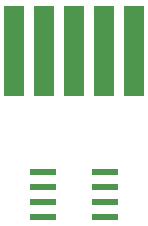
<source format=gbr>
G04 EAGLE Gerber RS-274X export*
G75*
%MOMM*%
%FSLAX34Y34*%
%LPD*%
%INSolderpaste Top*%
%IPPOS*%
%AMOC8*
5,1,8,0,0,1.08239X$1,22.5*%
G01*
%ADD10R,2.200000X0.600000*%
%ADD11R,1.778000X7.620000*%


D10*
X112360Y52070D03*
X60360Y52070D03*
X112360Y39370D03*
X112360Y64770D03*
X112360Y77470D03*
X60360Y39370D03*
X60360Y64770D03*
X60360Y77470D03*
D11*
X137160Y180340D03*
X111760Y180340D03*
X86360Y180340D03*
X60960Y180340D03*
X35560Y180340D03*
M02*

</source>
